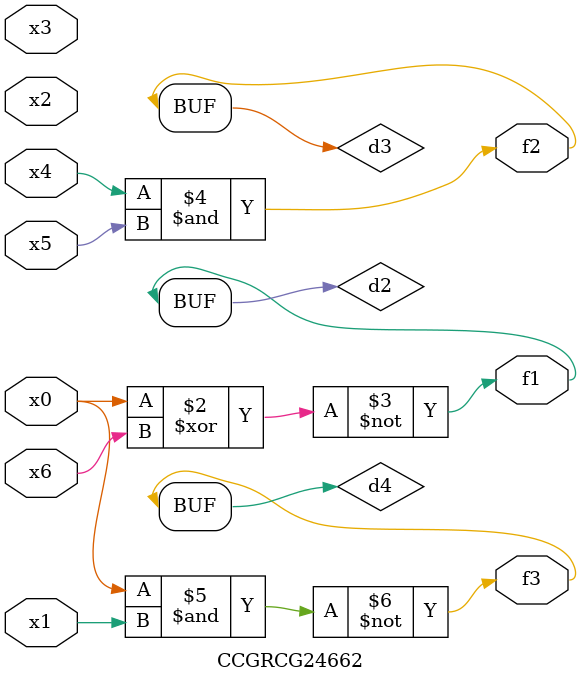
<source format=v>
module CCGRCG24662(
	input x0, x1, x2, x3, x4, x5, x6,
	output f1, f2, f3
);

	wire d1, d2, d3, d4;

	nor (d1, x0);
	xnor (d2, x0, x6);
	and (d3, x4, x5);
	nand (d4, x0, x1);
	assign f1 = d2;
	assign f2 = d3;
	assign f3 = d4;
endmodule

</source>
